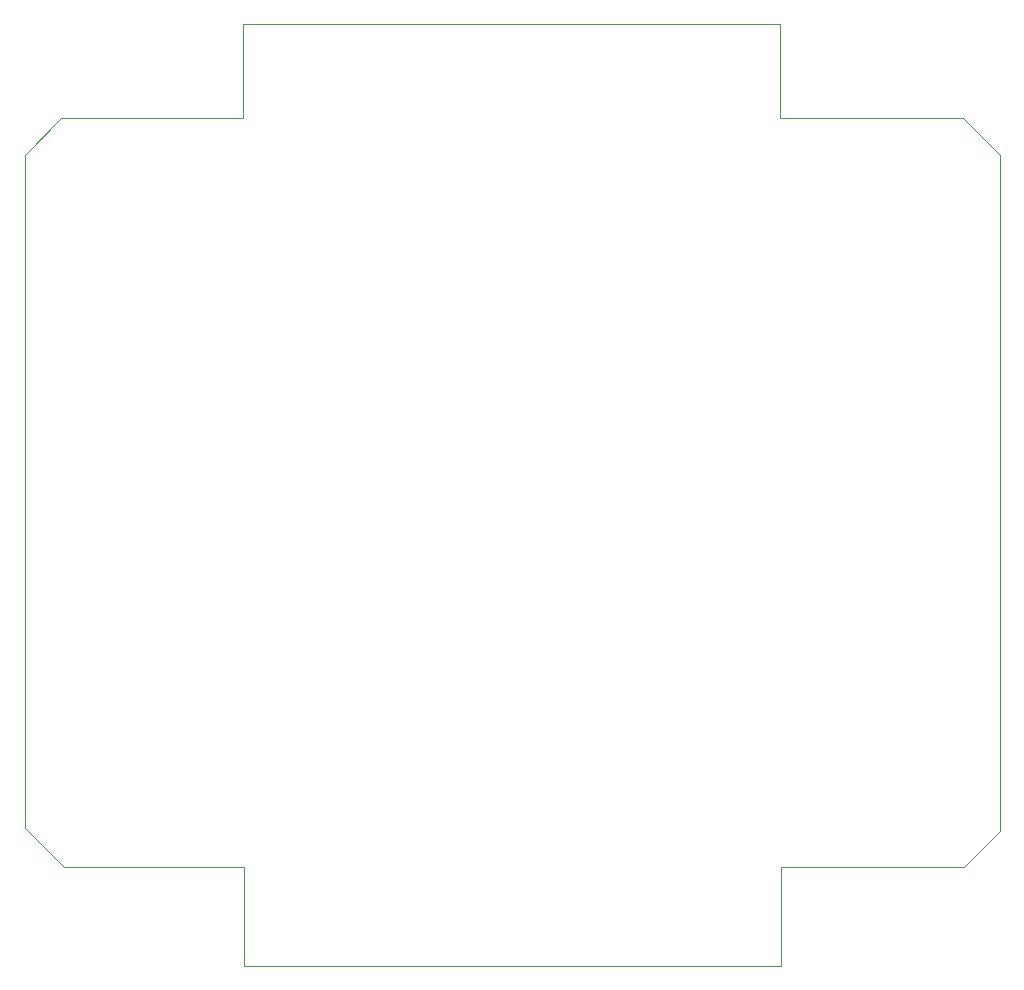
<source format=gm1>
%TF.GenerationSoftware,KiCad,Pcbnew,7.0.7*%
%TF.CreationDate,2024-02-23T14:46:40-08:00*%
%TF.ProjectId,JluxR2protoboard,4a6c7578-5232-4707-926f-746f626f6172,rev?*%
%TF.SameCoordinates,Original*%
%TF.FileFunction,Profile,NP*%
%FSLAX46Y46*%
G04 Gerber Fmt 4.6, Leading zero omitted, Abs format (unit mm)*
G04 Created by KiCad (PCBNEW 7.0.7) date 2024-02-23 14:46:40*
%MOMM*%
%LPD*%
G01*
G04 APERTURE LIST*
%TA.AperFunction,Profile*%
%ADD10C,0.050000*%
%TD*%
%TA.AperFunction,Profile*%
%ADD11C,0.120000*%
%TD*%
G04 APERTURE END LIST*
D10*
X124688600Y-26771600D02*
X140182600Y-26771600D01*
X79222600Y-25501600D02*
X79222600Y-26771600D01*
X60706000Y-29845000D02*
X60706000Y-86868000D01*
X64008000Y-90170000D02*
X60706000Y-86868000D01*
X124714000Y-90170000D02*
X140208000Y-90170000D01*
X79248000Y-90170000D02*
X64008000Y-90170000D01*
X140182600Y-26771600D02*
X143256000Y-29845000D01*
X124714000Y-91440000D02*
X124714000Y-90170000D01*
X124688600Y-25501600D02*
X124688600Y-26771600D01*
X79222600Y-26771600D02*
X63779400Y-26771600D01*
X63779400Y-26771600D02*
X60706000Y-29845000D01*
X79248000Y-91440000D02*
X79248000Y-90170000D01*
X143256000Y-29845000D02*
X143256000Y-87122000D01*
X140208000Y-90170000D02*
X143256000Y-87122000D01*
D11*
%TO.C,J11*%
X79222600Y-18770600D02*
X124688600Y-18770600D01*
X79222600Y-24929600D02*
X79222600Y-18770600D01*
X79222600Y-24929600D02*
X79222600Y-25501600D01*
X124688600Y-18770600D02*
X124688600Y-24929600D01*
X124688600Y-24929600D02*
X124688600Y-25501600D01*
%TO.C,J12*%
X124714000Y-98512000D02*
X124714000Y-92012000D01*
X124714000Y-92012000D02*
X124714000Y-91440000D01*
X79248000Y-98512000D02*
X124714000Y-98512000D01*
X79248000Y-92012000D02*
X79248000Y-98512000D01*
X79248000Y-92012000D02*
X79248000Y-91440000D01*
%TD*%
M02*

</source>
